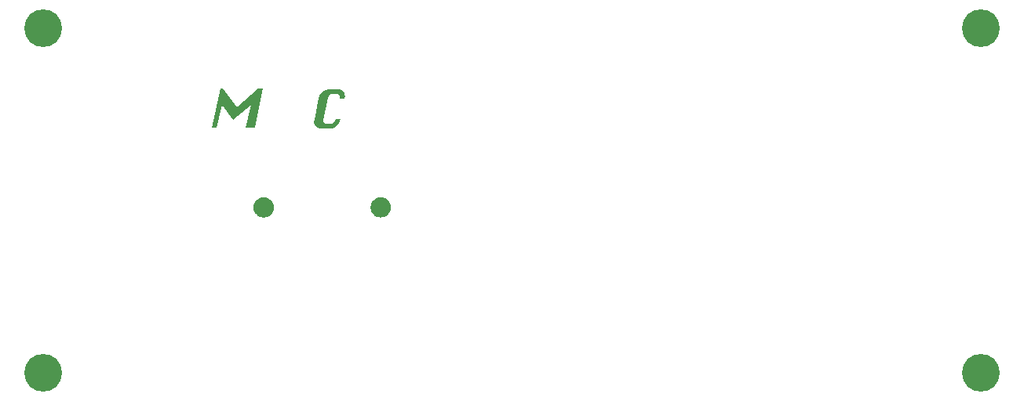
<source format=gbr>
%TF.GenerationSoftware,KiCad,Pcbnew,9.0.0*%
%TF.CreationDate,2025-03-14T14:53:35-04:00*%
%TF.ProjectId,MiniCamel_FrontPlate,4d696e69-4361-46d6-956c-5f46726f6e74,rev?*%
%TF.SameCoordinates,Original*%
%TF.FileFunction,Soldermask,Top*%
%TF.FilePolarity,Negative*%
%FSLAX46Y46*%
G04 Gerber Fmt 4.6, Leading zero omitted, Abs format (unit mm)*
G04 Created by KiCad (PCBNEW 9.0.0) date 2025-03-14 14:53:35*
%MOMM*%
%LPD*%
G01*
G04 APERTURE LIST*
%ADD10C,0.300000*%
%ADD11C,4.064000*%
G04 APERTURE END LIST*
D10*
G36*
X113373739Y-81604530D02*
G01*
X113295963Y-81839003D01*
X113199411Y-82042213D01*
X113084082Y-82214160D01*
X112913518Y-82385130D01*
X112713616Y-82507251D01*
X112484375Y-82580524D01*
X112279860Y-82603972D01*
X112225798Y-82604949D01*
X111310375Y-82604949D01*
X111104081Y-82582383D01*
X110906588Y-82504378D01*
X110742487Y-82370655D01*
X110699768Y-82319673D01*
X110600000Y-82150000D01*
X110545160Y-81941173D01*
X110546216Y-81734955D01*
X110562015Y-81637747D01*
X111046593Y-79306693D01*
X111111362Y-79098132D01*
X111215544Y-78905490D01*
X111341238Y-78747617D01*
X111455944Y-78637468D01*
X111624716Y-78513087D01*
X111801792Y-78424244D01*
X112010929Y-78366773D01*
X112180857Y-78353169D01*
X113096279Y-78353169D01*
X113303886Y-78368801D01*
X113517369Y-78432304D01*
X113679714Y-78544655D01*
X113790921Y-78705856D01*
X113850990Y-78915905D01*
X113862225Y-79119115D01*
X113840731Y-79353588D01*
X113320983Y-79353588D01*
X113320311Y-79134746D01*
X113246141Y-78949122D01*
X113070448Y-78857775D01*
X113005421Y-78853378D01*
X112547221Y-78853378D01*
X112355258Y-78897892D01*
X112214074Y-78994062D01*
X112086579Y-79147691D01*
X112016726Y-79329163D01*
X111528240Y-81676826D01*
X111534575Y-81875884D01*
X111587835Y-81977733D01*
X111748020Y-82089732D01*
X111858456Y-82104739D01*
X112316656Y-82104739D01*
X112512183Y-82065172D01*
X112672316Y-81946470D01*
X112784942Y-81774523D01*
X112851059Y-81604530D01*
X113373739Y-81604530D01*
G37*
G36*
X99530759Y-82564949D02*
G01*
X100413941Y-78313169D01*
X100662092Y-78313169D01*
X102189098Y-80290559D01*
X104535784Y-78313169D01*
X105042832Y-78313169D01*
X104159650Y-82564949D01*
X103180724Y-82564949D01*
X103702427Y-80054132D01*
X101803195Y-81655388D01*
X100575142Y-80045339D01*
X100051485Y-82564949D01*
X99530759Y-82564949D01*
G37*
D11*
%TO.C,REF\u002A\u002A*%
X81310000Y-71791723D03*
X182460000Y-71791723D03*
X81310000Y-109010000D03*
X182460000Y-109010000D03*
%TD*%
G36*
X105195946Y-90039918D02*
G01*
X105347149Y-90063866D01*
X105366069Y-90068408D01*
X105511668Y-90115716D01*
X105529645Y-90123162D01*
X105666056Y-90192667D01*
X105682646Y-90202834D01*
X105806498Y-90292817D01*
X105821294Y-90305454D01*
X105929545Y-90413705D01*
X105942182Y-90428501D01*
X106032165Y-90552353D01*
X106042332Y-90568943D01*
X106111837Y-90705354D01*
X106119283Y-90723331D01*
X106166591Y-90868930D01*
X106171133Y-90887849D01*
X106195082Y-91039052D01*
X106196609Y-91058451D01*
X106196609Y-91211548D01*
X106195082Y-91230947D01*
X106171133Y-91382150D01*
X106166591Y-91401069D01*
X106119283Y-91546668D01*
X106111837Y-91564645D01*
X106042332Y-91701056D01*
X106032165Y-91717646D01*
X105942182Y-91841498D01*
X105929545Y-91856294D01*
X105821294Y-91964545D01*
X105806498Y-91977182D01*
X105682646Y-92067165D01*
X105666056Y-92077332D01*
X105529645Y-92146837D01*
X105511668Y-92154283D01*
X105366069Y-92201591D01*
X105347150Y-92206133D01*
X105195947Y-92230082D01*
X105176548Y-92231609D01*
X105023452Y-92231609D01*
X105004054Y-92230082D01*
X104852850Y-92206133D01*
X104833930Y-92201591D01*
X104688331Y-92154283D01*
X104670354Y-92146837D01*
X104533943Y-92077332D01*
X104517353Y-92067165D01*
X104393501Y-91977182D01*
X104378705Y-91964545D01*
X104270454Y-91856294D01*
X104257817Y-91841498D01*
X104167834Y-91717646D01*
X104157667Y-91701056D01*
X104088162Y-91564645D01*
X104080716Y-91546668D01*
X104033408Y-91401069D01*
X104028866Y-91382149D01*
X104004918Y-91230946D01*
X104003391Y-91211548D01*
X104003391Y-91058451D01*
X104004918Y-91039053D01*
X104028866Y-90887850D01*
X104033408Y-90868930D01*
X104080716Y-90723331D01*
X104088162Y-90705354D01*
X104157667Y-90568943D01*
X104167834Y-90552353D01*
X104257817Y-90428501D01*
X104270454Y-90413705D01*
X104378705Y-90305454D01*
X104393501Y-90292817D01*
X104517353Y-90202834D01*
X104533943Y-90192667D01*
X104670354Y-90123162D01*
X104688331Y-90115716D01*
X104833930Y-90068408D01*
X104852850Y-90063866D01*
X105004054Y-90039918D01*
X105023452Y-90038391D01*
X105176548Y-90038391D01*
X105195946Y-90039918D01*
G37*
G36*
X117835946Y-90029918D02*
G01*
X117987149Y-90053866D01*
X118006069Y-90058408D01*
X118151668Y-90105716D01*
X118169645Y-90113162D01*
X118306056Y-90182667D01*
X118322646Y-90192834D01*
X118446498Y-90282817D01*
X118461294Y-90295454D01*
X118569545Y-90403705D01*
X118582182Y-90418501D01*
X118672165Y-90542353D01*
X118682332Y-90558943D01*
X118751837Y-90695354D01*
X118759283Y-90713331D01*
X118806591Y-90858930D01*
X118811133Y-90877849D01*
X118835082Y-91029052D01*
X118836609Y-91048451D01*
X118836609Y-91201548D01*
X118835082Y-91220947D01*
X118811133Y-91372150D01*
X118806591Y-91391069D01*
X118759283Y-91536668D01*
X118751837Y-91554645D01*
X118682332Y-91691056D01*
X118672165Y-91707646D01*
X118582182Y-91831498D01*
X118569545Y-91846294D01*
X118461294Y-91954545D01*
X118446498Y-91967182D01*
X118322646Y-92057165D01*
X118306056Y-92067332D01*
X118169645Y-92136837D01*
X118151668Y-92144283D01*
X118006069Y-92191591D01*
X117987150Y-92196133D01*
X117835947Y-92220082D01*
X117816548Y-92221609D01*
X117663452Y-92221609D01*
X117644054Y-92220082D01*
X117492850Y-92196133D01*
X117473930Y-92191591D01*
X117328331Y-92144283D01*
X117310354Y-92136837D01*
X117173943Y-92067332D01*
X117157353Y-92057165D01*
X117033501Y-91967182D01*
X117018705Y-91954545D01*
X116910454Y-91846294D01*
X116897817Y-91831498D01*
X116807834Y-91707646D01*
X116797667Y-91691056D01*
X116728162Y-91554645D01*
X116720716Y-91536668D01*
X116673408Y-91391069D01*
X116668866Y-91372149D01*
X116644918Y-91220946D01*
X116643391Y-91201548D01*
X116643391Y-91048451D01*
X116644918Y-91029053D01*
X116668866Y-90877850D01*
X116673408Y-90858930D01*
X116720716Y-90713331D01*
X116728162Y-90695354D01*
X116797667Y-90558943D01*
X116807834Y-90542353D01*
X116897817Y-90418501D01*
X116910454Y-90403705D01*
X117018705Y-90295454D01*
X117033501Y-90282817D01*
X117157353Y-90192834D01*
X117173943Y-90182667D01*
X117310354Y-90113162D01*
X117328331Y-90105716D01*
X117473930Y-90058408D01*
X117492850Y-90053866D01*
X117644054Y-90029918D01*
X117663452Y-90028391D01*
X117816548Y-90028391D01*
X117835946Y-90029918D01*
G37*
M02*

</source>
